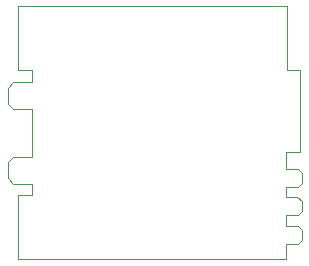
<source format=gbr>
%TF.GenerationSoftware,KiCad,Pcbnew,8.0.5*%
%TF.CreationDate,2024-10-22T15:36:19+02:00*%
%TF.ProjectId,cansatperso,63616e73-6174-4706-9572-736f2e6b6963,rev?*%
%TF.SameCoordinates,Original*%
%TF.FileFunction,Profile,NP*%
%FSLAX46Y46*%
G04 Gerber Fmt 4.6, Leading zero omitted, Abs format (unit mm)*
G04 Created by KiCad (PCBNEW 8.0.5) date 2024-10-22 15:36:19*
%MOMM*%
%LPD*%
G01*
G04 APERTURE LIST*
%TA.AperFunction,Profile*%
%ADD10C,0.050000*%
%TD*%
G04 APERTURE END LIST*
D10*
X195170000Y-73030000D02*
X195170000Y-78230000D01*
X196310000Y-78230000D01*
X196310000Y-78350000D01*
X196310000Y-85140000D01*
X195160000Y-85140000D01*
X195160000Y-86610000D01*
X195280000Y-86610000D01*
X196130000Y-86610000D01*
X196450000Y-86930000D01*
X196450000Y-87750000D01*
X196100000Y-88100000D01*
X195160000Y-88100000D01*
X195160000Y-88980000D01*
X196090000Y-88980000D01*
X196450000Y-89340000D01*
X196450000Y-90160000D01*
X196140000Y-90470000D01*
X195280000Y-90470000D01*
X195160000Y-90470000D01*
X195160000Y-91450000D01*
X196130000Y-91450000D01*
X196450000Y-91770000D01*
X196450000Y-92590000D01*
X196100000Y-92940000D01*
X195160000Y-92940000D01*
X195160000Y-94250000D01*
X172470000Y-94210193D01*
X172470000Y-88840000D01*
X173650000Y-88840000D01*
X173650000Y-88730000D01*
X173650000Y-87830000D01*
X172050000Y-87830000D01*
X171560000Y-87340000D01*
X171560000Y-86020000D01*
X172000000Y-85580000D01*
X173650000Y-85580000D01*
X173650000Y-85450000D01*
X173650000Y-81690000D01*
X173650000Y-81550000D01*
X172050000Y-81550000D01*
X171570000Y-81070000D01*
X171570000Y-79750000D01*
X172050000Y-79270000D01*
X173650000Y-79270000D01*
X173650000Y-79180000D01*
X173650000Y-78180000D01*
X172470000Y-78180000D01*
X172470000Y-72840000D01*
X195170000Y-72840000D01*
X195170000Y-73030000D01*
M02*

</source>
